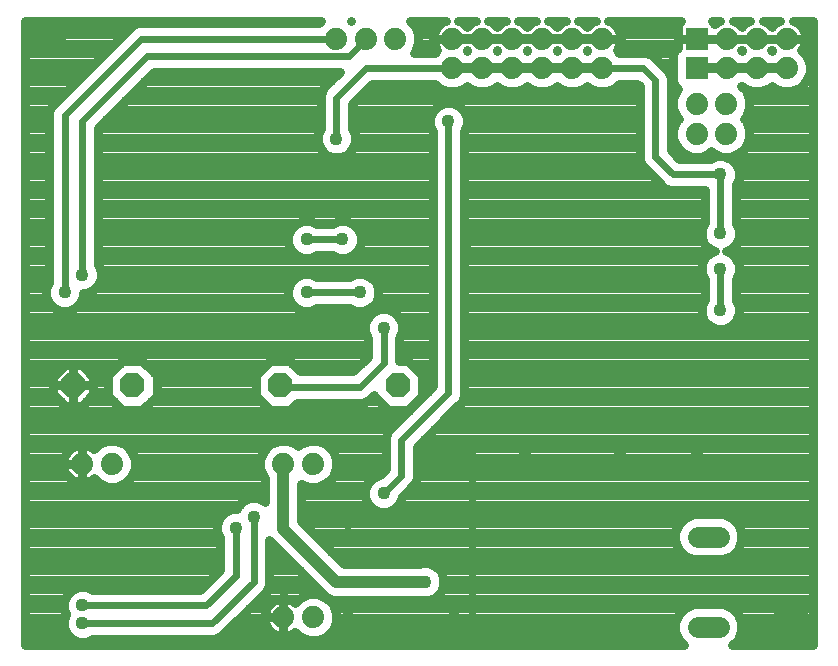
<source format=gbl>
G75*
G70*
%OFA0B0*%
%FSLAX24Y24*%
%IPPOS*%
%LPD*%
%AMOC8*
5,1,8,0,0,1.08239X$1,22.5*
%
%ADD10OC8,0.0827*%
%ADD11R,0.0740X0.0740*%
%ADD12C,0.0740*%
%ADD13C,0.0705*%
%ADD14C,0.0436*%
%ADD15C,0.0240*%
%ADD16C,0.0320*%
%ADD17C,0.0315*%
%ADD18OC8,0.1266*%
%ADD19C,0.0400*%
D10*
X003143Y009888D03*
X005111Y009888D03*
X010033Y009888D03*
X013970Y009888D03*
D11*
X023918Y020466D03*
X023918Y021451D03*
D12*
X024918Y021451D03*
X025918Y021451D03*
X026918Y021451D03*
X026918Y020466D03*
X025918Y020466D03*
X024918Y020466D03*
X024903Y019285D03*
X023918Y019285D03*
X023918Y018285D03*
X024903Y018285D03*
X020769Y020466D03*
X019769Y020466D03*
X018769Y020466D03*
X017769Y020466D03*
X016769Y020466D03*
X015769Y020466D03*
X015769Y021451D03*
X016769Y021451D03*
X017769Y021451D03*
X018769Y021451D03*
X019769Y021451D03*
X020769Y021451D03*
X013879Y021451D03*
X012911Y021451D03*
X011911Y021451D03*
X011139Y007277D03*
X010139Y007277D03*
X004430Y007277D03*
X003430Y007277D03*
X010139Y002159D03*
X011139Y002159D03*
D13*
X023960Y001840D02*
X024665Y001840D01*
X024665Y004840D02*
X023960Y004840D01*
D14*
X023918Y007671D03*
X021359Y007671D03*
X018210Y007671D03*
X014863Y007671D03*
X013485Y006293D03*
X012304Y005309D03*
X014863Y003340D03*
X015848Y002159D03*
X012304Y002159D03*
X008564Y005151D03*
X009155Y005506D03*
X006399Y008852D03*
X002265Y007277D03*
X004627Y004915D03*
X003446Y002553D03*
X003446Y001963D03*
X013485Y011805D03*
X012698Y012986D03*
X010926Y012986D03*
X010926Y014758D03*
X012107Y014758D03*
X011911Y018104D03*
X013879Y018695D03*
X015651Y018695D03*
X016241Y017120D03*
X016241Y014364D03*
X024706Y013774D03*
X024706Y014955D03*
X024706Y016923D03*
X024706Y012396D03*
X022737Y021648D03*
X004233Y017317D03*
X003446Y013577D03*
X002855Y012986D03*
D15*
X002855Y018892D01*
X005414Y021451D01*
X011911Y021451D01*
X012320Y020860D02*
X005611Y020860D01*
X003446Y018695D01*
X003446Y013577D01*
X010033Y009888D02*
X010139Y009837D01*
X012698Y009837D01*
X013485Y010624D01*
X013485Y011805D01*
X012698Y012986D02*
X010926Y012986D01*
X010926Y014758D02*
X012107Y014758D01*
X011911Y018104D02*
X011911Y019482D01*
X012895Y020466D01*
X015769Y020466D01*
X015651Y020466D01*
X015651Y018695D02*
X015651Y009640D01*
X014076Y008065D01*
X014076Y006884D01*
X013485Y006293D01*
X014863Y007671D02*
X016438Y007671D01*
X016438Y002159D01*
X015848Y002159D01*
X009155Y003340D02*
X007777Y001963D01*
X003446Y001963D01*
X003446Y002553D02*
X007580Y002553D01*
X008564Y003537D01*
X008564Y005151D01*
X009155Y005506D02*
X009155Y003340D01*
X024706Y012396D02*
X024706Y013774D01*
X024706Y014955D02*
X024706Y016923D01*
X023131Y016923D01*
X022540Y017514D01*
X022540Y020073D01*
X022147Y020466D01*
X020769Y020466D01*
X023918Y021451D02*
X024918Y021451D01*
X025918Y021451D01*
X026918Y021451D01*
X012911Y021451D02*
X012320Y020860D01*
D16*
X015769Y020466D02*
X016769Y020466D01*
X017769Y020466D01*
X018769Y020466D01*
X019769Y020466D01*
X020769Y020466D01*
X020769Y021451D02*
X019769Y021451D01*
X018769Y021451D01*
X017769Y021451D01*
X016769Y021451D01*
X015769Y021451D01*
X023918Y020466D02*
X024918Y020466D01*
X025918Y020466D01*
X026918Y020466D01*
D17*
X001524Y022041D02*
X001524Y001222D01*
X023517Y001222D01*
X023324Y001416D01*
X023210Y001691D01*
X023210Y001990D01*
X023324Y002265D01*
X023535Y002476D01*
X023810Y002590D01*
X024814Y002590D01*
X025089Y002476D01*
X025300Y002265D01*
X025415Y001990D01*
X025415Y001691D01*
X025300Y001416D01*
X025107Y001222D01*
X027809Y001222D01*
X027809Y022041D01*
X027131Y022041D01*
X027159Y022032D01*
X027247Y021987D01*
X027327Y021929D01*
X027397Y021859D01*
X027455Y021780D01*
X027500Y021692D01*
X027530Y021598D01*
X027546Y021500D01*
X027546Y021451D01*
X026919Y021451D01*
X026919Y021450D01*
X027546Y021450D01*
X027546Y021401D01*
X027530Y021304D01*
X027500Y021210D01*
X027455Y021122D01*
X027410Y021060D01*
X027569Y020901D01*
X027686Y020619D01*
X027686Y020314D01*
X027569Y020032D01*
X027353Y019816D01*
X027071Y019699D01*
X026766Y019699D01*
X026484Y019816D01*
X026418Y019881D01*
X026353Y019816D01*
X026071Y019699D01*
X025766Y019699D01*
X025484Y019816D01*
X025418Y019881D01*
X025405Y019868D01*
X025553Y019720D01*
X025670Y019438D01*
X025670Y019133D01*
X025553Y018851D01*
X025488Y018785D01*
X025553Y018720D01*
X025670Y018438D01*
X025670Y018133D01*
X025553Y017851D01*
X025337Y017635D01*
X025055Y017518D01*
X024878Y017518D01*
X025054Y017445D01*
X025227Y017272D01*
X025321Y017046D01*
X025321Y016801D01*
X025227Y016575D01*
X025223Y016570D01*
X025223Y015307D01*
X025227Y015303D01*
X025321Y015077D01*
X025321Y014832D01*
X025227Y014606D01*
X025054Y014433D01*
X024888Y014364D01*
X025054Y014295D01*
X025227Y014122D01*
X025321Y013896D01*
X025321Y013651D01*
X025227Y013425D01*
X025223Y013421D01*
X025223Y012748D01*
X025227Y012744D01*
X025321Y012518D01*
X025321Y012273D01*
X025227Y012047D01*
X025054Y011874D01*
X024828Y011780D01*
X024583Y011780D01*
X024357Y011874D01*
X024184Y012047D01*
X024091Y012273D01*
X024091Y012518D01*
X024184Y012744D01*
X024188Y012748D01*
X024188Y013421D01*
X024184Y013425D01*
X024091Y013651D01*
X024091Y013896D01*
X024184Y014122D01*
X024357Y014295D01*
X024524Y014364D01*
X024357Y014433D01*
X024184Y014606D01*
X024091Y014832D01*
X024091Y015077D01*
X024184Y015303D01*
X024188Y015307D01*
X024188Y016406D01*
X023028Y016406D01*
X022838Y016484D01*
X022692Y016630D01*
X022102Y017221D01*
X022023Y017411D01*
X022023Y017617D01*
X022023Y019858D01*
X021932Y019949D01*
X021337Y019949D01*
X021204Y019816D01*
X020921Y019699D01*
X020616Y019699D01*
X020334Y019816D01*
X020269Y019881D01*
X020204Y019816D01*
X019921Y019699D01*
X019616Y019699D01*
X019334Y019816D01*
X019269Y019881D01*
X019204Y019816D01*
X018921Y019699D01*
X018616Y019699D01*
X018334Y019816D01*
X018269Y019881D01*
X018204Y019816D01*
X017921Y019699D01*
X017616Y019699D01*
X017334Y019816D01*
X017269Y019881D01*
X017204Y019816D01*
X016921Y019699D01*
X016616Y019699D01*
X016334Y019816D01*
X016269Y019881D01*
X016204Y019816D01*
X015921Y019699D01*
X015616Y019699D01*
X015334Y019816D01*
X015201Y019949D01*
X013109Y019949D01*
X012428Y019268D01*
X012428Y018457D01*
X012432Y018453D01*
X012526Y018227D01*
X012526Y017982D01*
X012432Y017756D01*
X012259Y017583D01*
X012033Y017489D01*
X011788Y017489D01*
X011562Y017583D01*
X011389Y017756D01*
X011295Y017982D01*
X011295Y018227D01*
X011389Y018453D01*
X011393Y018457D01*
X011393Y019585D01*
X011472Y019775D01*
X011617Y019921D01*
X012039Y020343D01*
X005826Y020343D01*
X003963Y018480D01*
X003963Y013929D01*
X003968Y013925D01*
X004061Y013699D01*
X004061Y013454D01*
X003968Y013228D01*
X003794Y013055D01*
X003568Y012961D01*
X003471Y012961D01*
X003471Y012864D01*
X003377Y012638D01*
X003204Y012465D01*
X002978Y012371D01*
X002733Y012371D01*
X002507Y012465D01*
X002334Y012638D01*
X002240Y012864D01*
X002240Y013109D01*
X002334Y013335D01*
X002338Y013339D01*
X002338Y018789D01*
X002338Y018995D01*
X002417Y019185D01*
X005121Y021889D01*
X005312Y021968D01*
X005517Y021968D01*
X011343Y021968D01*
X011416Y022041D01*
X001524Y022041D01*
X001524Y021903D02*
X005154Y021903D01*
X004821Y021589D02*
X001524Y021589D01*
X001524Y021276D02*
X004508Y021276D01*
X004194Y020962D02*
X001524Y020962D01*
X001524Y020649D02*
X003881Y020649D01*
X003567Y020335D02*
X001524Y020335D01*
X001524Y020022D02*
X003254Y020022D01*
X002940Y019708D02*
X001524Y019708D01*
X001524Y019395D02*
X002627Y019395D01*
X002374Y019081D02*
X001524Y019081D01*
X001524Y018768D02*
X002338Y018768D01*
X002338Y018454D02*
X001524Y018454D01*
X001524Y018141D02*
X002338Y018141D01*
X002338Y017827D02*
X001524Y017827D01*
X001524Y017514D02*
X002338Y017514D01*
X002338Y017200D02*
X001524Y017200D01*
X001524Y016887D02*
X002338Y016887D01*
X002338Y016573D02*
X001524Y016573D01*
X001524Y016260D02*
X002338Y016260D01*
X002338Y015946D02*
X001524Y015946D01*
X001524Y015633D02*
X002338Y015633D01*
X002338Y015319D02*
X001524Y015319D01*
X001524Y015006D02*
X002338Y015006D01*
X002338Y014692D02*
X001524Y014692D01*
X001524Y014379D02*
X002338Y014379D01*
X002338Y014065D02*
X001524Y014065D01*
X001524Y013752D02*
X002338Y013752D01*
X002338Y013438D02*
X001524Y013438D01*
X001524Y013125D02*
X002247Y013125D01*
X002262Y012811D02*
X001524Y012811D01*
X001524Y012498D02*
X002474Y012498D01*
X003237Y012498D02*
X010545Y012498D01*
X010578Y012465D02*
X010804Y012371D01*
X011049Y012371D01*
X011275Y012465D01*
X011279Y012469D01*
X012345Y012469D01*
X012349Y012465D01*
X012576Y012371D01*
X012820Y012371D01*
X013046Y012465D01*
X013220Y012638D01*
X013313Y012864D01*
X013313Y013109D01*
X013220Y013335D01*
X013046Y013508D01*
X012820Y013601D01*
X012576Y013601D01*
X012349Y013508D01*
X012345Y013504D01*
X011279Y013504D01*
X011275Y013508D01*
X011049Y013601D01*
X010804Y013601D01*
X010578Y013508D01*
X010405Y013335D01*
X010311Y013109D01*
X010311Y012864D01*
X010405Y012638D01*
X010578Y012465D01*
X010333Y012811D02*
X003449Y012811D01*
X003864Y013125D02*
X010318Y013125D01*
X010508Y013438D02*
X004055Y013438D01*
X004039Y013752D02*
X015133Y013752D01*
X015133Y013438D02*
X013116Y013438D01*
X013306Y013125D02*
X015133Y013125D01*
X015133Y012811D02*
X013291Y012811D01*
X013080Y012498D02*
X015133Y012498D01*
X015133Y012184D02*
X013976Y012184D01*
X014007Y012154D02*
X013834Y012327D01*
X013608Y012420D01*
X013363Y012420D01*
X013137Y012327D01*
X012964Y012154D01*
X012870Y011927D01*
X012870Y011683D01*
X012964Y011456D01*
X012968Y011452D01*
X012968Y010838D01*
X012484Y010354D01*
X010713Y010354D01*
X010368Y010699D01*
X009697Y010699D01*
X009222Y010224D01*
X009222Y009552D01*
X009697Y009077D01*
X010368Y009077D01*
X010611Y009319D01*
X012595Y009319D01*
X012801Y009319D01*
X012991Y009398D01*
X013159Y009566D01*
X013159Y009552D01*
X013634Y009077D01*
X014305Y009077D01*
X014780Y009552D01*
X014780Y010224D01*
X014305Y010699D01*
X014003Y010699D01*
X014003Y010727D01*
X014003Y011452D01*
X014007Y011456D01*
X014101Y011683D01*
X014101Y011927D01*
X014007Y012154D01*
X014101Y011871D02*
X015133Y011871D01*
X015133Y011557D02*
X014049Y011557D01*
X014003Y011244D02*
X015133Y011244D01*
X015133Y010930D02*
X014003Y010930D01*
X014387Y010617D02*
X015133Y010617D01*
X015133Y010303D02*
X014701Y010303D01*
X014780Y009990D02*
X015133Y009990D01*
X015133Y009854D02*
X013637Y008358D01*
X013558Y008168D01*
X013558Y007962D01*
X013558Y007098D01*
X013369Y006908D01*
X013363Y006908D01*
X013137Y006815D01*
X012964Y006642D01*
X012870Y006416D01*
X012870Y006171D01*
X012964Y005945D01*
X013137Y005772D01*
X013363Y005678D01*
X013608Y005678D01*
X013834Y005772D01*
X014007Y005945D01*
X014101Y006171D01*
X014101Y006177D01*
X014515Y006591D01*
X014593Y006781D01*
X014593Y006987D01*
X014593Y007851D01*
X015944Y009201D01*
X016089Y009347D01*
X016168Y009537D01*
X016168Y018342D01*
X016172Y018346D01*
X016266Y018572D01*
X016266Y018817D01*
X016172Y019043D01*
X015999Y019216D01*
X015773Y019310D01*
X015528Y019310D01*
X015302Y019216D01*
X015129Y019043D01*
X015035Y018817D01*
X015035Y018572D01*
X015129Y018346D01*
X015133Y018342D01*
X015133Y009854D01*
X014955Y009676D02*
X014780Y009676D01*
X014642Y009363D02*
X014591Y009363D01*
X014328Y009049D02*
X001524Y009049D01*
X001524Y009363D02*
X002719Y009363D01*
X002865Y009217D02*
X003143Y009217D01*
X003421Y009217D01*
X003814Y009610D01*
X003814Y009887D01*
X003143Y009887D01*
X003143Y009217D01*
X003143Y009887D01*
X003143Y009887D01*
X003143Y009888D01*
X003143Y009888D01*
X003143Y010559D01*
X003421Y010559D01*
X003814Y010166D01*
X003814Y009888D01*
X003143Y009888D01*
X003143Y010559D01*
X002865Y010559D01*
X002472Y010166D01*
X002472Y009888D01*
X003142Y009888D01*
X003142Y009887D01*
X002472Y009887D01*
X002472Y009610D01*
X002865Y009217D01*
X003143Y009363D02*
X003143Y009363D01*
X003143Y009676D02*
X003143Y009676D01*
X003143Y009990D02*
X003143Y009990D01*
X003143Y010303D02*
X003143Y010303D01*
X002610Y010303D02*
X001524Y010303D01*
X001524Y009990D02*
X002472Y009990D01*
X002472Y009676D02*
X001524Y009676D01*
X001524Y010617D02*
X004694Y010617D01*
X004775Y010699D02*
X004300Y010224D01*
X004300Y009552D01*
X004775Y009077D01*
X005447Y009077D01*
X005922Y009552D01*
X005922Y010224D01*
X005447Y010699D01*
X004775Y010699D01*
X004380Y010303D02*
X003676Y010303D01*
X003814Y009990D02*
X004300Y009990D01*
X004300Y009676D02*
X003814Y009676D01*
X003566Y009363D02*
X004490Y009363D01*
X005733Y009363D02*
X009411Y009363D01*
X009222Y009676D02*
X005922Y009676D01*
X005922Y009990D02*
X009222Y009990D01*
X009301Y010303D02*
X005843Y010303D01*
X005529Y010617D02*
X009615Y010617D01*
X010450Y010617D02*
X012746Y010617D01*
X012968Y010930D02*
X001524Y010930D01*
X001524Y011244D02*
X012968Y011244D01*
X012922Y011557D02*
X001524Y011557D01*
X001524Y011871D02*
X012870Y011871D01*
X012994Y012184D02*
X001524Y012184D01*
X003963Y014065D02*
X015133Y014065D01*
X015133Y014379D02*
X012598Y014379D01*
X012629Y014409D02*
X012723Y014635D01*
X012723Y014880D01*
X012629Y015106D01*
X012456Y015279D01*
X012230Y015373D01*
X011985Y015373D01*
X011759Y015279D01*
X011755Y015275D01*
X011279Y015275D01*
X011275Y015279D01*
X011049Y015373D01*
X010804Y015373D01*
X010578Y015279D01*
X010405Y015106D01*
X010311Y014880D01*
X010311Y014635D01*
X010405Y014409D01*
X010578Y014236D01*
X010804Y014143D01*
X011049Y014143D01*
X011275Y014236D01*
X011279Y014240D01*
X011755Y014240D01*
X011759Y014236D01*
X011985Y014143D01*
X012230Y014143D01*
X012456Y014236D01*
X012629Y014409D01*
X012723Y014692D02*
X015133Y014692D01*
X015133Y015006D02*
X012671Y015006D01*
X012360Y015319D02*
X015133Y015319D01*
X015133Y015633D02*
X003963Y015633D01*
X003963Y015319D02*
X010674Y015319D01*
X011179Y015319D02*
X011855Y015319D01*
X010435Y014379D02*
X003963Y014379D01*
X003963Y014692D02*
X010311Y014692D01*
X010363Y015006D02*
X003963Y015006D01*
X003963Y015946D02*
X015133Y015946D01*
X015133Y016260D02*
X003963Y016260D01*
X003963Y016573D02*
X015133Y016573D01*
X015133Y016887D02*
X003963Y016887D01*
X003963Y017200D02*
X015133Y017200D01*
X015133Y017514D02*
X012093Y017514D01*
X012462Y017827D02*
X015133Y017827D01*
X015133Y018141D02*
X012526Y018141D01*
X012431Y018454D02*
X015084Y018454D01*
X015035Y018768D02*
X012428Y018768D01*
X012428Y019081D02*
X015167Y019081D01*
X015594Y019708D02*
X012868Y019708D01*
X012555Y019395D02*
X022023Y019395D01*
X022023Y019708D02*
X020944Y019708D01*
X020594Y019708D02*
X019944Y019708D01*
X019594Y019708D02*
X018944Y019708D01*
X018594Y019708D02*
X017944Y019708D01*
X017594Y019708D02*
X016944Y019708D01*
X016594Y019708D02*
X015944Y019708D01*
X016134Y019081D02*
X022023Y019081D01*
X022023Y018768D02*
X016266Y018768D01*
X016217Y018454D02*
X022023Y018454D01*
X022023Y018141D02*
X016168Y018141D01*
X016168Y017827D02*
X022023Y017827D01*
X022023Y017514D02*
X016168Y017514D01*
X016168Y017200D02*
X022122Y017200D01*
X022436Y016887D02*
X016168Y016887D01*
X016168Y016573D02*
X022749Y016573D01*
X023345Y017441D02*
X023058Y017728D01*
X023058Y020176D01*
X022979Y020366D01*
X022834Y020511D01*
X022440Y020905D01*
X022250Y020984D01*
X022044Y020984D01*
X021337Y020984D01*
X021261Y021060D01*
X021305Y021122D01*
X021350Y021210D01*
X021381Y021304D01*
X021396Y021401D01*
X021396Y021450D01*
X020769Y021450D01*
X020769Y021451D01*
X021396Y021451D01*
X021396Y021500D01*
X021381Y021598D01*
X021350Y021692D01*
X021305Y021780D01*
X021247Y021859D01*
X021178Y021929D01*
X021098Y021987D01*
X021010Y022032D01*
X020982Y022041D01*
X023415Y022041D01*
X023384Y022021D01*
X023348Y021985D01*
X023320Y021943D01*
X023301Y021896D01*
X023291Y021846D01*
X023291Y021451D01*
X023918Y021451D01*
X023918Y021450D01*
X023291Y021450D01*
X023291Y021141D01*
X023211Y021062D01*
X023151Y020916D01*
X023151Y020017D01*
X023211Y019871D01*
X023315Y019768D01*
X023268Y019720D01*
X023151Y019438D01*
X023151Y019133D01*
X023268Y018851D01*
X023333Y018785D01*
X023268Y018720D01*
X023151Y018438D01*
X023151Y018133D01*
X023268Y017851D01*
X023484Y017635D01*
X023766Y017518D01*
X024071Y017518D01*
X024353Y017635D01*
X024411Y017692D01*
X024468Y017635D01*
X024701Y017538D01*
X024583Y017538D01*
X024357Y017445D01*
X024353Y017441D01*
X023345Y017441D01*
X023272Y017514D02*
X024524Y017514D01*
X024888Y017514D02*
X027809Y017514D01*
X027809Y017827D02*
X025530Y017827D01*
X025670Y018141D02*
X027809Y018141D01*
X027809Y018454D02*
X025663Y018454D01*
X025506Y018768D02*
X027809Y018768D01*
X027809Y019081D02*
X025649Y019081D01*
X025670Y019395D02*
X027809Y019395D01*
X027809Y019708D02*
X027094Y019708D01*
X026743Y019708D02*
X026094Y019708D01*
X025743Y019708D02*
X025558Y019708D01*
X025418Y021052D02*
X025410Y021060D01*
X025418Y021071D01*
X025427Y021060D01*
X025418Y021052D01*
X025291Y021450D02*
X024919Y021450D01*
X024919Y021451D01*
X025291Y021451D01*
X025918Y021451D01*
X025918Y021450D01*
X025291Y021450D01*
X024918Y021450D02*
X024291Y021450D01*
X023919Y021450D01*
X023919Y021451D01*
X024291Y021451D01*
X024918Y021451D01*
X024918Y021450D01*
X024705Y022041D02*
X024422Y022041D01*
X024453Y022021D01*
X024488Y021985D01*
X024517Y021943D01*
X024519Y021936D01*
X024590Y021987D01*
X024678Y022032D01*
X024705Y022041D01*
X025131Y022041D02*
X025705Y022041D01*
X025678Y022032D01*
X025590Y021987D01*
X025510Y021929D01*
X025440Y021859D01*
X025418Y021830D01*
X025397Y021859D01*
X025327Y021929D01*
X025247Y021987D01*
X025159Y022032D01*
X025131Y022041D01*
X025354Y021903D02*
X025483Y021903D01*
X025919Y021451D02*
X026291Y021451D01*
X026918Y021451D01*
X026918Y021450D01*
X026291Y021450D01*
X025919Y021450D01*
X025919Y021451D01*
X026418Y021830D02*
X026397Y021859D01*
X026327Y021929D01*
X026247Y021987D01*
X026159Y022032D01*
X026131Y022041D01*
X026705Y022041D01*
X026678Y022032D01*
X026590Y021987D01*
X026510Y021929D01*
X026440Y021859D01*
X026418Y021830D01*
X026354Y021903D02*
X026483Y021903D01*
X026418Y021071D02*
X026410Y021060D01*
X026418Y021052D01*
X026427Y021060D01*
X026418Y021071D01*
X027508Y020962D02*
X027809Y020962D01*
X027809Y021276D02*
X027521Y021276D01*
X027532Y021589D02*
X027809Y021589D01*
X027809Y021903D02*
X027354Y021903D01*
X027674Y020649D02*
X027809Y020649D01*
X027809Y020335D02*
X027686Y020335D01*
X027809Y020022D02*
X027559Y020022D01*
X027809Y017200D02*
X025257Y017200D01*
X025321Y016887D02*
X027809Y016887D01*
X027809Y016573D02*
X025226Y016573D01*
X025223Y016260D02*
X027809Y016260D01*
X027809Y015946D02*
X025223Y015946D01*
X025223Y015633D02*
X027809Y015633D01*
X027809Y015319D02*
X025223Y015319D01*
X025321Y015006D02*
X027809Y015006D01*
X027809Y014692D02*
X025263Y014692D01*
X024923Y014379D02*
X027809Y014379D01*
X027809Y014065D02*
X025251Y014065D01*
X025321Y013752D02*
X027809Y013752D01*
X027809Y013438D02*
X025233Y013438D01*
X025223Y013125D02*
X027809Y013125D01*
X027809Y012811D02*
X025223Y012811D01*
X025321Y012498D02*
X027809Y012498D01*
X027809Y012184D02*
X025284Y012184D01*
X025046Y011871D02*
X027809Y011871D01*
X027809Y011557D02*
X016168Y011557D01*
X016168Y011871D02*
X024365Y011871D01*
X024127Y012184D02*
X016168Y012184D01*
X016168Y012498D02*
X024091Y012498D01*
X024188Y012811D02*
X016168Y012811D01*
X016168Y013125D02*
X024188Y013125D01*
X024179Y013438D02*
X016168Y013438D01*
X016168Y013752D02*
X024091Y013752D01*
X024161Y014065D02*
X016168Y014065D01*
X016168Y014379D02*
X024488Y014379D01*
X024149Y014692D02*
X016168Y014692D01*
X016168Y015006D02*
X024091Y015006D01*
X024188Y015319D02*
X016168Y015319D01*
X016168Y015633D02*
X024188Y015633D01*
X024188Y015946D02*
X016168Y015946D01*
X016168Y016260D02*
X024188Y016260D01*
X023291Y017827D02*
X023058Y017827D01*
X023058Y018141D02*
X023151Y018141D01*
X023158Y018454D02*
X023058Y018454D01*
X023058Y018768D02*
X023316Y018768D01*
X023172Y019081D02*
X023058Y019081D01*
X023058Y019395D02*
X023151Y019395D01*
X023058Y019708D02*
X023263Y019708D01*
X023151Y020022D02*
X023058Y020022D01*
X022992Y020335D02*
X023151Y020335D01*
X023151Y020649D02*
X022696Y020649D01*
X022302Y020962D02*
X023170Y020962D01*
X023291Y021276D02*
X021372Y021276D01*
X021382Y021589D02*
X023291Y021589D01*
X023304Y021903D02*
X021204Y021903D01*
X020768Y021451D02*
X020768Y021450D01*
X020396Y021450D01*
X019769Y021450D01*
X019769Y021451D01*
X020396Y021451D01*
X020768Y021451D01*
X020269Y021830D02*
X020247Y021859D01*
X020178Y021929D01*
X020098Y021987D01*
X020010Y022032D01*
X019982Y022041D01*
X020556Y022041D01*
X020528Y022032D01*
X020440Y021987D01*
X020360Y021929D01*
X020290Y021859D01*
X020269Y021830D01*
X020204Y021903D02*
X020334Y021903D01*
X019768Y021451D02*
X019768Y021450D01*
X019396Y021450D01*
X018769Y021450D01*
X018769Y021451D01*
X019396Y021451D01*
X019768Y021451D01*
X019269Y021830D02*
X019247Y021859D01*
X019178Y021929D01*
X019098Y021987D01*
X019010Y022032D01*
X018982Y022041D01*
X019556Y022041D01*
X019528Y022032D01*
X019440Y021987D01*
X019360Y021929D01*
X019290Y021859D01*
X019269Y021830D01*
X019204Y021903D02*
X019334Y021903D01*
X018768Y021451D02*
X018768Y021450D01*
X018396Y021450D01*
X017769Y021450D01*
X017769Y021451D01*
X018396Y021451D01*
X018768Y021451D01*
X018269Y021830D02*
X018247Y021859D01*
X018178Y021929D01*
X018098Y021987D01*
X018010Y022032D01*
X017982Y022041D01*
X018556Y022041D01*
X018528Y022032D01*
X018440Y021987D01*
X018360Y021929D01*
X018290Y021859D01*
X018269Y021830D01*
X018204Y021903D02*
X018334Y021903D01*
X017768Y021451D02*
X017768Y021450D01*
X017396Y021450D01*
X016769Y021450D01*
X016769Y021451D01*
X017396Y021451D01*
X017768Y021451D01*
X017269Y021830D02*
X017247Y021859D01*
X017178Y021929D01*
X017098Y021987D01*
X017010Y022032D01*
X016982Y022041D01*
X017556Y022041D01*
X017528Y022032D01*
X017440Y021987D01*
X017360Y021929D01*
X017290Y021859D01*
X017269Y021830D01*
X017204Y021903D02*
X017334Y021903D01*
X016768Y021451D02*
X016768Y021450D01*
X016396Y021450D01*
X015769Y021450D01*
X015769Y021451D01*
X016396Y021451D01*
X016768Y021451D01*
X016269Y021830D02*
X016247Y021859D01*
X016178Y021929D01*
X016098Y021987D01*
X016010Y022032D01*
X015982Y022041D01*
X016556Y022041D01*
X016528Y022032D01*
X016440Y021987D01*
X016360Y021929D01*
X016290Y021859D01*
X016269Y021830D01*
X016204Y021903D02*
X016334Y021903D01*
X015768Y021451D02*
X015768Y021450D01*
X015141Y021450D01*
X015141Y021401D01*
X015157Y021304D01*
X015187Y021210D01*
X015232Y021122D01*
X015277Y021060D01*
X015201Y020984D01*
X014498Y020984D01*
X014530Y021016D01*
X014646Y021298D01*
X014646Y021603D01*
X014530Y021885D01*
X014374Y022041D01*
X015556Y022041D01*
X015528Y022032D01*
X015440Y021987D01*
X015360Y021929D01*
X015290Y021859D01*
X015232Y021780D01*
X015187Y021692D01*
X015157Y021598D01*
X015141Y021500D01*
X015141Y021451D01*
X015768Y021451D01*
X015334Y021903D02*
X014512Y021903D01*
X014646Y021589D02*
X015155Y021589D01*
X015166Y021276D02*
X014637Y021276D01*
X016261Y021060D02*
X016269Y021071D01*
X016277Y021060D01*
X016269Y021052D01*
X016261Y021060D01*
X017261Y021060D02*
X017269Y021071D01*
X017277Y021060D01*
X017269Y021052D01*
X017261Y021060D01*
X018261Y021060D02*
X018269Y021071D01*
X018277Y021060D01*
X018269Y021052D01*
X018261Y021060D01*
X019261Y021060D02*
X019269Y021071D01*
X019277Y021060D01*
X019269Y021052D01*
X019261Y021060D01*
X020261Y021060D02*
X020269Y021071D01*
X020277Y021060D01*
X020269Y021052D01*
X020261Y021060D01*
X012416Y022041D02*
X012411Y022036D01*
X012405Y022041D01*
X012416Y022041D01*
X012032Y020335D02*
X005818Y020335D01*
X005505Y020022D02*
X011718Y020022D01*
X011444Y019708D02*
X005191Y019708D01*
X004878Y019395D02*
X011393Y019395D01*
X011393Y019081D02*
X004564Y019081D01*
X004251Y018768D02*
X011393Y018768D01*
X011390Y018454D02*
X003963Y018454D01*
X003963Y018141D02*
X011295Y018141D01*
X011359Y017827D02*
X003963Y017827D01*
X003963Y017514D02*
X011728Y017514D01*
X016168Y011244D02*
X027809Y011244D01*
X027809Y010930D02*
X016168Y010930D01*
X016168Y010617D02*
X027809Y010617D01*
X027809Y010303D02*
X016168Y010303D01*
X016168Y009990D02*
X027809Y009990D01*
X027809Y009676D02*
X016168Y009676D01*
X016096Y009363D02*
X027809Y009363D01*
X027809Y009049D02*
X015792Y009049D01*
X015479Y008736D02*
X027809Y008736D01*
X027809Y008422D02*
X015165Y008422D01*
X014851Y008109D02*
X027809Y008109D01*
X027809Y007795D02*
X014593Y007795D01*
X014593Y007482D02*
X027809Y007482D01*
X027809Y007168D02*
X014593Y007168D01*
X014593Y006855D02*
X027809Y006855D01*
X027809Y006541D02*
X014465Y006541D01*
X014152Y006228D02*
X027809Y006228D01*
X027809Y005914D02*
X013976Y005914D01*
X012994Y005914D02*
X010736Y005914D01*
X010736Y005601D02*
X027809Y005601D01*
X027809Y005287D02*
X025279Y005287D01*
X025300Y005265D02*
X025089Y005476D01*
X024814Y005590D01*
X023810Y005590D01*
X023535Y005476D01*
X023324Y005265D01*
X023210Y004990D01*
X023210Y004691D01*
X023324Y004416D01*
X023535Y004205D01*
X023810Y004090D01*
X024814Y004090D01*
X025089Y004205D01*
X025300Y004416D01*
X025415Y004691D01*
X025415Y004990D01*
X025300Y005265D01*
X025415Y004974D02*
X027809Y004974D01*
X027809Y004660D02*
X025402Y004660D01*
X025231Y004347D02*
X027809Y004347D01*
X027809Y004033D02*
X012063Y004033D01*
X012158Y003938D02*
X010736Y005360D01*
X010736Y006614D01*
X010986Y006510D01*
X011292Y006510D01*
X011574Y006627D01*
X011789Y006843D01*
X011906Y007125D01*
X011906Y007430D01*
X011789Y007712D01*
X011574Y007928D01*
X011292Y008045D01*
X010986Y008045D01*
X010704Y007928D01*
X010639Y007863D01*
X010574Y007928D01*
X010292Y008045D01*
X009986Y008045D01*
X009704Y007928D01*
X009488Y007712D01*
X009371Y007430D01*
X009371Y007125D01*
X009488Y006843D01*
X009541Y006790D01*
X009541Y005989D01*
X009503Y006027D01*
X009277Y006121D01*
X009032Y006121D01*
X008806Y006027D01*
X008633Y005854D01*
X008597Y005767D01*
X008442Y005767D01*
X008216Y005673D01*
X008042Y005500D01*
X007949Y005274D01*
X007949Y005029D01*
X008042Y004803D01*
X008047Y004799D01*
X008047Y003752D01*
X007365Y003071D01*
X003799Y003071D01*
X003794Y003075D01*
X003568Y003168D01*
X003324Y003168D01*
X003097Y003075D01*
X002924Y002902D01*
X002831Y002675D01*
X002831Y002431D01*
X002902Y002258D01*
X002831Y002085D01*
X002831Y001840D01*
X002924Y001614D01*
X003097Y001441D01*
X003324Y001347D01*
X003568Y001347D01*
X003794Y001441D01*
X003799Y001445D01*
X007674Y001445D01*
X007880Y001445D01*
X008070Y001524D01*
X009593Y003047D01*
X009672Y003238D01*
X009672Y003443D01*
X009672Y004734D01*
X009800Y004606D01*
X011572Y002834D01*
X011792Y002743D01*
X012029Y002743D01*
X014698Y002743D01*
X014741Y002725D01*
X014986Y002725D01*
X015212Y002819D01*
X015385Y002992D01*
X015479Y003218D01*
X015479Y003463D01*
X015385Y003689D01*
X015212Y003862D01*
X014986Y003956D01*
X014741Y003956D01*
X014698Y003938D01*
X012158Y003938D01*
X011749Y004347D02*
X023393Y004347D01*
X023222Y004660D02*
X011436Y004660D01*
X011122Y004974D02*
X023210Y004974D01*
X023346Y005287D02*
X010809Y005287D01*
X010059Y004347D02*
X009672Y004347D01*
X009672Y004033D02*
X010373Y004033D01*
X010686Y003720D02*
X009672Y003720D01*
X009672Y003406D02*
X011000Y003406D01*
X011313Y003093D02*
X009612Y003093D01*
X009325Y002779D02*
X010041Y002779D01*
X010089Y002787D02*
X009992Y002771D01*
X009898Y002741D01*
X009810Y002696D01*
X009730Y002638D01*
X009660Y002568D01*
X009602Y002488D01*
X009557Y002400D01*
X009527Y002306D01*
X009511Y002209D01*
X009511Y002160D01*
X010138Y002160D01*
X010138Y002159D01*
X009511Y002159D01*
X009511Y002110D01*
X009527Y002012D01*
X009557Y001918D01*
X009602Y001830D01*
X009660Y001751D01*
X009730Y001681D01*
X009810Y001623D01*
X009898Y001578D01*
X009992Y001547D01*
X010089Y001532D01*
X010139Y001532D01*
X010188Y001532D01*
X010286Y001547D01*
X010380Y001578D01*
X010468Y001623D01*
X010539Y001674D01*
X010704Y001509D01*
X010986Y001392D01*
X011292Y001392D01*
X011574Y001509D01*
X011789Y001725D01*
X011906Y002007D01*
X011906Y002312D01*
X011789Y002594D01*
X011574Y002810D01*
X011292Y002927D01*
X010986Y002927D01*
X010704Y002810D01*
X010539Y002644D01*
X010468Y002696D01*
X010380Y002741D01*
X010286Y002771D01*
X010188Y002787D01*
X010139Y002787D01*
X010139Y002160D01*
X010139Y002160D01*
X010139Y002787D01*
X010089Y002787D01*
X010139Y002779D02*
X010139Y002779D01*
X010237Y002779D02*
X010673Y002779D01*
X010139Y002466D02*
X010139Y002466D01*
X010139Y002159D02*
X010139Y001532D01*
X010139Y002159D01*
X010139Y002159D01*
X010139Y002152D02*
X010139Y002152D01*
X010139Y001839D02*
X010139Y001839D01*
X009598Y001839D02*
X008385Y001839D01*
X008071Y001525D02*
X010688Y001525D01*
X011590Y001525D02*
X023278Y001525D01*
X023210Y001839D02*
X011837Y001839D01*
X011906Y002152D02*
X023277Y002152D01*
X023524Y002466D02*
X011843Y002466D01*
X011704Y002779D02*
X011604Y002779D01*
X009591Y002466D02*
X009012Y002466D01*
X008698Y002152D02*
X009511Y002152D01*
X008015Y003720D02*
X001524Y003720D01*
X001524Y004033D02*
X008047Y004033D01*
X008047Y004347D02*
X001524Y004347D01*
X001524Y004660D02*
X008047Y004660D01*
X007972Y004974D02*
X001524Y004974D01*
X001524Y005287D02*
X007954Y005287D01*
X008143Y005601D02*
X001524Y005601D01*
X001524Y005914D02*
X008693Y005914D01*
X009541Y006228D02*
X001524Y006228D01*
X001524Y006541D02*
X004202Y006541D01*
X004278Y006510D02*
X004583Y006510D01*
X004865Y006627D01*
X005081Y006843D01*
X005198Y007125D01*
X005198Y007430D01*
X005081Y007712D01*
X004865Y007928D01*
X004583Y008045D01*
X004278Y008045D01*
X003995Y007928D01*
X003830Y007763D01*
X003759Y007814D01*
X003671Y007859D01*
X003577Y007889D01*
X003480Y007905D01*
X003430Y007905D01*
X003381Y007905D01*
X003283Y007889D01*
X003189Y007859D01*
X003101Y007814D01*
X003021Y007756D01*
X002952Y007686D01*
X002894Y007606D01*
X002849Y007518D01*
X002818Y007424D01*
X002803Y007327D01*
X002803Y007278D01*
X003430Y007278D01*
X003430Y007905D01*
X003430Y007278D01*
X003430Y007278D01*
X003430Y007277D01*
X003430Y007277D01*
X003430Y006650D01*
X003381Y006650D01*
X003283Y006665D01*
X003189Y006696D01*
X003101Y006741D01*
X003021Y006799D01*
X002952Y006869D01*
X002894Y006949D01*
X002849Y007037D01*
X002818Y007131D01*
X002803Y007228D01*
X002803Y007277D01*
X003430Y007277D01*
X003430Y006650D01*
X003480Y006650D01*
X003577Y006665D01*
X003671Y006696D01*
X003759Y006741D01*
X003830Y006792D01*
X003995Y006627D01*
X004278Y006510D01*
X004658Y006541D02*
X009541Y006541D01*
X009483Y006855D02*
X005086Y006855D01*
X005198Y007168D02*
X009371Y007168D01*
X009393Y007482D02*
X005176Y007482D01*
X004998Y007795D02*
X009571Y007795D01*
X010736Y006541D02*
X010911Y006541D01*
X010736Y006228D02*
X012870Y006228D01*
X012922Y006541D02*
X011367Y006541D01*
X011794Y006855D02*
X013233Y006855D01*
X013558Y007168D02*
X011906Y007168D01*
X011885Y007482D02*
X013558Y007482D01*
X013558Y007795D02*
X011707Y007795D01*
X013558Y008109D02*
X001524Y008109D01*
X001524Y008422D02*
X013701Y008422D01*
X014015Y008736D02*
X001524Y008736D01*
X001524Y007795D02*
X003075Y007795D01*
X003430Y007795D02*
X003430Y007795D01*
X003430Y007482D02*
X003430Y007482D01*
X003430Y007168D02*
X003430Y007168D01*
X003430Y006855D02*
X003430Y006855D01*
X002966Y006855D02*
X001524Y006855D01*
X001524Y007168D02*
X002812Y007168D01*
X002837Y007482D02*
X001524Y007482D01*
X003785Y007795D02*
X003863Y007795D01*
X001524Y003406D02*
X007701Y003406D01*
X007388Y003093D02*
X003751Y003093D01*
X003141Y003093D02*
X001524Y003093D01*
X001524Y002779D02*
X002874Y002779D01*
X002831Y002466D02*
X001524Y002466D01*
X001524Y002152D02*
X002859Y002152D01*
X002831Y001839D02*
X001524Y001839D01*
X001524Y001525D02*
X003013Y001525D01*
X009672Y004660D02*
X009746Y004660D01*
X015116Y002779D02*
X027809Y002779D01*
X027809Y003093D02*
X015427Y003093D01*
X015479Y003406D02*
X027809Y003406D01*
X027809Y003720D02*
X015354Y003720D01*
X013348Y009363D02*
X012906Y009363D01*
X025100Y002466D02*
X027809Y002466D01*
X027809Y002152D02*
X025347Y002152D01*
X025415Y001839D02*
X027809Y001839D01*
X027809Y001525D02*
X025346Y001525D01*
D18*
X027068Y001963D03*
X002265Y021451D03*
D19*
X010139Y007277D02*
X010139Y005112D01*
X011911Y003340D01*
X014863Y003340D01*
M02*

</source>
